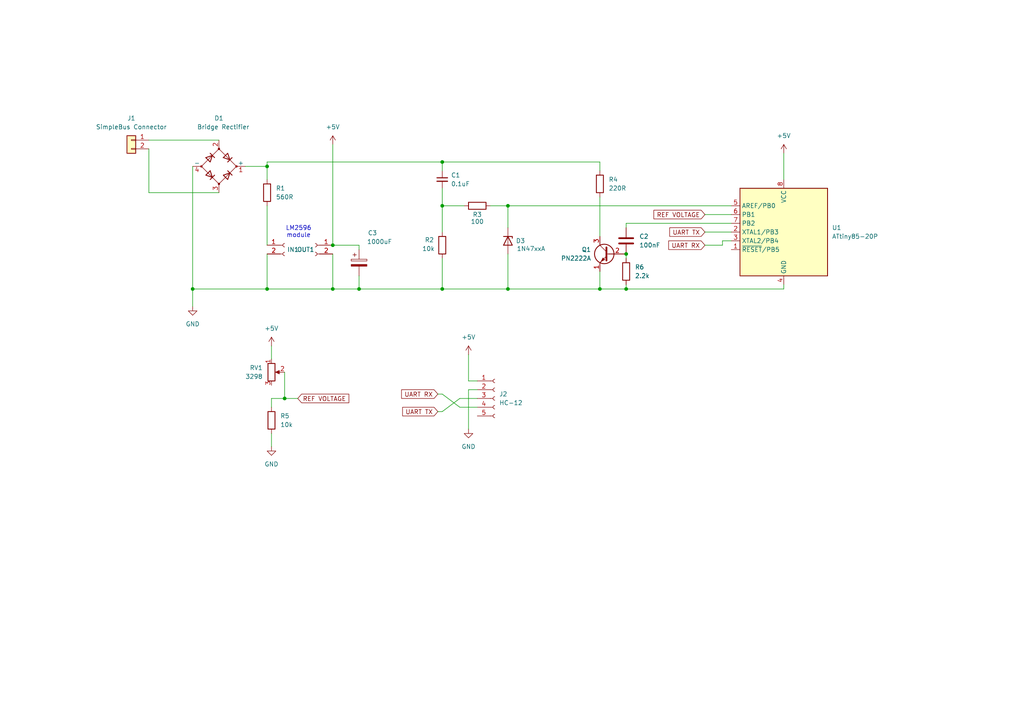
<source format=kicad_sch>
(kicad_sch (version 20231120) (generator "eeschema") (generator_version "8.0")
  (paper "A4")
  (lib_symbols
    (symbol "Connector:Conn_01x02_Female" (pin_names (offset 1.016) hide)
      (property "Reference" "J" (at 0 2.54 0))
      (property "Value" "Conn_01x02_Female" (at 0 -5.08 0))
      (symbol "Conn_01x02_Female_1_1"
        (arc (start 0 -2.032) (mid -0.5058 -2.54) (end 0 -3.048) (stroke (width 0.1524)))
        (polyline (pts (xy -1.27 -2.54) (xy -0.508 -2.54)) (stroke (width 0.1524)))
        (polyline (pts (xy -1.27 0) (xy -0.508 0)) (stroke (width 0.1524)))
        (arc (start 0 0.508) (mid -0.5058 0) (end 0 -0.508) (stroke (width 0.1524)))
        (pin passive line (at -5.08 0 0) (length 3.81) (name "Pin_1") (number "1"))
        (pin passive line (at -5.08 -2.54 0) (length 3.81) (name "Pin_2") (number "2"))
      )
    )
    (symbol "Connector:Conn_01x05_Female" (pin_names (offset 1.016) hide)
      (property "Reference" "J" (at 0 7.62 0))
      (property "Value" "Conn_01x05_Female" (at 0 -7.62 0))
      (symbol "Conn_01x05_Female_1_1"
        (arc (start 0 -4.572) (mid -0.5058 -5.08) (end 0 -5.588) (stroke (width 0.1524)))
        (arc (start 0 -2.032) (mid -0.5058 -2.54) (end 0 -3.048) (stroke (width 0.1524)))
        (polyline (pts (xy -1.27 -5.08) (xy -0.508 -5.08)) (stroke (width 0.1524)))
        (polyline (pts (xy -1.27 -2.54) (xy -0.508 -2.54)) (stroke (width 0.1524)))
        (polyline (pts (xy -1.27 0) (xy -0.508 0)) (stroke (width 0.1524)))
        (polyline (pts (xy -1.27 2.54) (xy -0.508 2.54)) (stroke (width 0.1524)))
        (polyline (pts (xy -1.27 5.08) (xy -0.508 5.08)) (stroke (width 0.1524)))
        (arc (start 0 0.508) (mid -0.5058 0) (end 0 -0.508) (stroke (width 0.1524)))
        (arc (start 0 3.048) (mid -0.5058 2.54) (end 0 2.032) (stroke (width 0.1524)))
        (arc (start 0 5.588) (mid -0.5058 5.08) (end 0 4.572) (stroke (width 0.1524)))
        (pin passive line (at -5.08 5.08 0) (length 3.81) (name "Pin_1") (number "1"))
        (pin passive line (at -5.08 2.54 0) (length 3.81) (name "Pin_2") (number "2"))
        (pin passive line (at -5.08 0 0) (length 3.81) (name "Pin_3") (number "3"))
        (pin passive line (at -5.08 -2.54 0) (length 3.81) (name "Pin_4") (number "4"))
        (pin passive line (at -5.08 -5.08 0) (length 3.81) (name "Pin_5") (number "5"))
      )
    )
    (symbol "Connector_Generic:Conn_01x02" (pin_names (offset 1.016) hide)
      (property "Reference" "J" (at 0 2.54 0))
      (property "Value" "Conn_01x02" (at 0 -5.08 0))
      (symbol "Conn_01x02_1_1"
        (rectangle (start -1.27 -2.413) (end 0 -2.667) (stroke (width 0.1524)))
        (rectangle (start -1.27 0.127) (end 0 -0.127) (stroke (width 0.1524)))
        (rectangle (start -1.27 1.27) (end 1.27 -3.81) (stroke (width 0.254)) (fill (type background)))
        (pin passive line (at -5.08 0 0) (length 3.81) (name "Pin_1") (number "1"))
        (pin passive line (at -5.08 -2.54 0) (length 3.81) (name "Pin_2") (number "2"))
      )
    )
    (symbol "Device:C" (pin_numbers hide) (pin_names (offset 0.254))
      (property "Reference" "C" (at 0.635 2.54 0))
      (property "Value" "C" (at 0.635 -2.54 0))
      (symbol "C_0_1"
        (polyline (pts (xy -2.032 -0.762) (xy 2.032 -0.762)) (stroke (width 0.508)))
        (polyline (pts (xy -2.032 0.762) (xy 2.032 0.762)) (stroke (width 0.508)))
      )
      (symbol "C_1_1"
        (pin passive line (at 0 3.81 270) (length 2.794) (name "~") (number "1"))
        (pin passive line (at 0 -3.81 90) (length 2.794) (name "~") (number "2"))
      )
    )
    (symbol "Device:C_Polarized" (pin_numbers hide) (pin_names (offset 0.254))
      (property "Reference" "C" (at 0.635 2.54 0))
      (property "Value" "C_Polarized" (at 0.635 -2.54 0))
      (symbol "C_Polarized_0_1"
        (rectangle (start -2.286 0.508) (end 2.286 1.016))
        (polyline (pts (xy -1.778 2.286) (xy -0.762 2.286)))
        (polyline (pts (xy -1.27 2.794) (xy -1.27 1.778)))
        (rectangle (start 2.286 -0.508) (end -2.286 -1.016) (fill (type outline)))
      )
      (symbol "C_Polarized_1_1"
        (pin passive line (at 0 3.81 270) (length 2.794) (name "~") (number "1"))
        (pin passive line (at 0 -3.81 90) (length 2.794) (name "~") (number "2"))
      )
    )
    (symbol "Device:C_Small" (pin_numbers hide) (pin_names (offset 0.254) hide)
      (property "Reference" "C" (at 0.254 1.778 0))
      (property "Value" "C_Small" (at 0.254 -2.032 0))
      (symbol "C_Small_0_1"
        (polyline (pts (xy -1.524 -0.508) (xy 1.524 -0.508)) (stroke (width 0.3302)))
        (polyline (pts (xy -1.524 0.508) (xy 1.524 0.508)) (stroke (width 0.3048)))
      )
      (symbol "C_Small_1_1"
        (pin passive line (at 0 2.54 270) (length 2.032) (name "~") (number "1"))
        (pin passive line (at 0 -2.54 90) (length 2.032) (name "~") (number "2"))
      )
    )
    (symbol "Device:D_Bridge_+AA-" (pin_names (offset 0))
      (property "Reference" "D" (at 2.54 6.985 0))
      (property "Value" "D_Bridge_+AA-" (at 2.54 5.08 0))
      (symbol "D_Bridge_+AA-_0_1"
        (circle (center -5.08 0) (radius 0.254) (fill (type outline)))
        (circle (center 0 -5.08) (radius 0.254) (fill (type outline)))
        (polyline (pts (xy -2.54 3.81) (xy -1.27 2.54)) (stroke (width 0.254)))
        (polyline (pts (xy -1.27 -2.54) (xy -2.54 -3.81)) (stroke (width 0.254)))
        (polyline (pts (xy 2.54 -1.27) (xy 3.81 -2.54)) (stroke (width 0.254)))
        (polyline (pts (xy 2.54 1.27) (xy 3.81 2.54)) (stroke (width 0.254)))
        (polyline (pts (xy -3.81 2.54) (xy -2.54 1.27) (xy -1.905 3.175) (xy -3.81 2.54)) (stroke (width 0.254)))
        (polyline (pts (xy -2.54 -1.27) (xy -3.81 -2.54) (xy -1.905 -3.175) (xy -2.54 -1.27)) (stroke (width 0.254)))
        (polyline (pts (xy 1.27 2.54) (xy 2.54 3.81) (xy 3.175 1.905) (xy 1.27 2.54)) (stroke (width 0.254)))
        (polyline (pts (xy 3.175 -1.905) (xy 1.27 -2.54) (xy 2.54 -3.81) (xy 3.175 -1.905)) (stroke (width 0.254)))
        (polyline (pts (xy -5.08 0) (xy 0 -5.08) (xy 5.08 0) (xy 0 5.08) (xy -5.08 0)))
        (circle (center 0 5.08) (radius 0.254) (fill (type outline)))
        (circle (center 5.08 0) (radius 0.254) (fill (type outline)))
      )
      (symbol "D_Bridge_+AA-_1_1"
        (pin passive line (at 7.62 0 180) (length 2.54) (name "+") (number "1"))
        (pin passive line (at 0 7.62 270) (length 2.54) (name "~") (number "2"))
        (pin passive line (at 0 -7.62 90) (length 2.54) (name "~") (number "3"))
        (pin passive line (at -7.62 0 0) (length 2.54) (name "-") (number "4"))
      )
    )
    (symbol "Device:R" (pin_numbers hide) (pin_names (offset 0))
      (property "Reference" "R" (at 2.032 0 90))
      (property "Value" "R" (at 0 0 90))
      (symbol "R_0_1"
        (rectangle (start -1.016 -2.54) (end 1.016 2.54) (stroke (width 0.254)))
      )
      (symbol "R_1_1"
        (pin passive line (at 0 3.81 270) (length 1.27) (name "~") (number "1"))
        (pin passive line (at 0 -3.81 90) (length 1.27) (name "~") (number "2"))
      )
    )
    (symbol "Device:R_Potentiometer" (pin_names (offset 1.016) hide)
      (property "Reference" "RV" (at -4.445 0 90))
      (property "Value" "R_Potentiometer" (at -2.54 0 90))
      (symbol "R_Potentiometer_0_1"
        (polyline (pts (xy 2.54 0) (xy 1.524 0)))
        (polyline (pts (xy 1.143 0) (xy 2.286 0.508) (xy 2.286 -0.508) (xy 1.143 0)) (fill (type outline)))
        (rectangle (start 1.016 2.54) (end -1.016 -2.54) (stroke (width 0.254)))
      )
      (symbol "R_Potentiometer_1_1"
        (pin passive line (at 0 3.81 270) (length 1.27) (name "1") (number "1"))
        (pin passive line (at 3.81 0 180) (length 1.27) (name "2") (number "2"))
        (pin passive line (at 0 -3.81 90) (length 1.27) (name "3") (number "3"))
      )
    )
    (symbol "Diode:1N47xxA" (pin_numbers hide) (pin_names hide)
      (property "Reference" "D" (at 0 2.54 0))
      (property "Value" "1N47xxA" (at 0 -2.54 0))
      (symbol "1N47xxA_0_1"
        (polyline (pts (xy 1.27 0) (xy -1.27 0)))
        (polyline (pts (xy -1.27 -1.27) (xy -1.27 1.27) (xy -0.762 1.27)) (stroke (width 0.254)))
        (polyline (pts (xy 1.27 -1.27) (xy 1.27 1.27) (xy -1.27 0) (xy 1.27 -1.27)) (stroke (width 0.254)))
      )
      (symbol "1N47xxA_1_1"
        (pin passive line (at -3.81 0 0) (length 2.54) (name "K") (number "1"))
        (pin passive line (at 3.81 0 180) (length 2.54) (name "A") (number "2"))
      )
    )
    (symbol "MCU_Microchip_ATtiny:ATtiny85-20P"
      (property "Reference" "U" (at -12.7 13.97 0))
      (property "Value" "ATtiny85-20P" (at 2.54 -13.97 0))
      (symbol "ATtiny85-20P_0_1"
        (rectangle (start -12.7 -12.7) (end 12.7 12.7) (stroke (width 0.254)) (fill (type background)))
      )
      (symbol "ATtiny85-20P_1_1"
        (pin bidirectional line (at 15.24 -5.08 180) (length 2.54) (name "~{RESET}/PB5") (number "1"))
        (pin bidirectional line (at 15.24 0 180) (length 2.54) (name "XTAL1/PB3") (number "2"))
        (pin bidirectional line (at 15.24 -2.54 180) (length 2.54) (name "XTAL2/PB4") (number "3"))
        (pin power_in line (at 0 -15.24 90) (length 2.54) (name "GND") (number "4"))
        (pin bidirectional line (at 15.24 7.62 180) (length 2.54) (name "AREF/PB0") (number "5"))
        (pin bidirectional line (at 15.24 5.08 180) (length 2.54) (name "PB1") (number "6"))
        (pin bidirectional line (at 15.24 2.54 180) (length 2.54) (name "PB2") (number "7"))
        (pin power_in line (at 0 15.24 270) (length 2.54) (name "VCC") (number "8"))
      )
    )
    (symbol "Transistor_BJT:PN2222A" (pin_names (offset 0) hide)
      (property "Reference" "Q" (at 5.08 1.905 0))
      (property "Value" "PN2222A" (at 5.08 0 0))
      (symbol "PN2222A_0_1"
        (polyline (pts (xy 0 0) (xy 0.635 0)))
        (polyline (pts (xy 2.54 -2.54) (xy 0.635 -0.635)))
        (polyline (pts (xy 2.54 2.54) (xy 0.635 0.635)))
        (polyline (pts (xy 0.635 1.905) (xy 0.635 -1.905) (xy 0.635 -1.905)) (stroke (width 0.508)))
        (polyline (pts (xy 2.413 -2.413) (xy 1.905 -1.905) (xy 1.905 -1.905)))
        (polyline (pts (xy 1.143 -1.651) (xy 1.651 -1.143) (xy 2.159 -2.159) (xy 1.143 -1.651) (xy 1.143 -1.651)) (fill (type outline)))
        (circle (center 1.27 0) (radius 2.8194) (stroke (width 0.254)))
      )
      (symbol "PN2222A_1_1"
        (pin passive line (at 2.54 -5.08 90) (length 2.54) (name "E") (number "1"))
        (pin input line (at -5.08 0 0) (length 5.08) (name "B") (number "2"))
        (pin passive line (at 2.54 5.08 270) (length 2.54) (name "C") (number "3"))
      )
    )
    (symbol "power:+5V" (power) (pin_names (offset 0))
      (property "Value" "+5V" (at 0 3.556 0))
      (symbol "+5V_0_1"
        (polyline (pts (xy -0.762 1.27) (xy 0 2.54)))
        (polyline (pts (xy 0 0) (xy 0 2.54)))
        (polyline (pts (xy 0 2.54) (xy 0.762 1.27)))
      )
      (symbol "+5V_1_1"
        (pin power_in line (at 0 0 90) (length 0) hide (name "+5V") (number "1"))
      )
    )
    (symbol "power:GND" (power) (pin_names (offset 0))
      (property "Value" "GND" (at 0 -3.81 0))
      (symbol "GND_0_1"
        (polyline (pts (xy 0 0) (xy 0 -1.27) (xy 1.27 -1.27) (xy 0 -2.54) (xy -1.27 -1.27) (xy 0 -1.27)))
      )
      (symbol "GND_1_1"
        (pin power_in line (at 0 0 270) (length 0) hide (name "GND") (number "1"))
      )
    )
  )
  (junction (at 104.14 83.82))
  (junction (at 128.27 46.99))
  (junction (at 77.47 48.26))
  (junction (at 147.32 59.69))
  (junction (at 96.52 71.12))
  (junction (at 128.27 83.82))
  (junction (at 181.61 83.82))
  (junction (at 147.32 83.82))
  (junction (at 77.47 83.82))
  (junction (at 82.55 115.57))
  (junction (at 173.99 83.82))
  (junction (at 181.61 73.66))
  (junction (at 96.52 83.82))
  (junction (at 128.27 59.69))
  (junction (at 55.88 83.82))
  (wire (pts (xy 128.27 83.82) (xy 147.32 83.82)))
  (wire (pts (xy 55.88 83.82) (xy 77.47 83.82)))
  (wire (pts (xy 147.32 73.66) (xy 147.32 83.82)))
  (wire (pts (xy 127 114.3) (xy 128.27 114.3)))
  (wire (pts (xy 78.74 115.57) (xy 78.74 118.11)))
  (wire (pts (xy 173.99 83.82) (xy 181.61 83.82)))
  (wire (pts (xy 147.32 59.69) (xy 212.09 59.69)))
  (wire (pts (xy 173.99 57.15) (xy 173.99 68.58)))
  (wire (pts (xy 133.35 118.11) (xy 138.43 118.11)))
  (wire (pts (xy 128.27 59.69) (xy 128.27 67.31)))
  (wire (pts (xy 204.47 62.23) (xy 212.09 62.23)))
  (wire (pts (xy 212.09 64.77) (xy 181.61 64.77)))
  (wire (pts (xy 128.27 46.99) (xy 128.27 49.53)))
  (wire (pts (xy 104.14 71.12) (xy 104.14 72.39)))
  (wire (pts (xy 128.27 119.38) (xy 127 119.38)))
  (wire (pts (xy 77.47 46.99) (xy 77.47 48.26)))
  (wire (pts (xy 71.12 48.26) (xy 77.47 48.26)))
  (wire (pts (xy 43.18 55.88) (xy 43.18 43.18)))
  (wire (pts (xy 128.27 54.61) (xy 128.27 59.69)))
  (wire (pts (xy 173.99 46.99) (xy 173.99 49.53)))
  (wire (pts (xy 43.18 40.64) (xy 63.5 40.64)))
  (wire (pts (xy 104.14 83.82) (xy 128.27 83.82)))
  (wire (pts (xy 135.89 113.03) (xy 138.43 113.03)))
  (wire (pts (xy 135.89 110.49) (xy 138.43 110.49)))
  (wire (pts (xy 133.35 115.57) (xy 128.27 119.38)))
  (wire (pts (xy 128.27 59.69) (xy 134.62 59.69)))
  (wire (pts (xy 204.47 71.12) (xy 209.55 71.12)))
  (wire (pts (xy 104.14 80.01) (xy 104.14 83.82)))
  (wire (pts (xy 204.47 67.31) (xy 212.09 67.31)))
  (wire (pts (xy 135.89 102.87) (xy 135.89 110.49)))
  (wire (pts (xy 227.33 44.45) (xy 227.33 52.07)))
  (wire (pts (xy 82.55 115.57) (xy 78.74 115.57)))
  (wire (pts (xy 82.55 107.95) (xy 82.55 115.57)))
  (wire (pts (xy 227.33 83.82) (xy 227.33 82.55)))
  (wire (pts (xy 77.47 46.99) (xy 128.27 46.99)))
  (wire (pts (xy 128.27 46.99) (xy 173.99 46.99)))
  (wire (pts (xy 181.61 83.82) (xy 227.33 83.82)))
  (wire (pts (xy 173.99 78.74) (xy 173.99 83.82)))
  (wire (pts (xy 82.55 115.57) (xy 86.36 115.57)))
  (wire (pts (xy 128.27 114.3) (xy 133.35 118.11)))
  (wire (pts (xy 181.61 73.66) (xy 181.61 74.93)))
  (wire (pts (xy 55.88 83.82) (xy 55.88 88.9)))
  (wire (pts (xy 147.32 59.69) (xy 147.32 66.04)))
  (wire (pts (xy 96.52 41.91) (xy 96.52 71.12)))
  (wire (pts (xy 147.32 83.82) (xy 173.99 83.82)))
  (wire (pts (xy 135.89 113.03) (xy 135.89 124.46)))
  (wire (pts (xy 209.55 71.12) (xy 209.55 69.85)))
  (wire (pts (xy 55.88 48.26) (xy 55.88 83.82)))
  (wire (pts (xy 77.47 73.66) (xy 77.47 83.82)))
  (wire (pts (xy 181.61 82.55) (xy 181.61 83.82)))
  (wire (pts (xy 181.61 64.77) (xy 181.61 66.04)))
  (wire (pts (xy 63.5 55.88) (xy 43.18 55.88)))
  (wire (pts (xy 96.52 83.82) (xy 104.14 83.82)))
  (wire (pts (xy 96.52 71.12) (xy 104.14 71.12)))
  (wire (pts (xy 128.27 74.93) (xy 128.27 83.82)))
  (wire (pts (xy 96.52 73.66) (xy 96.52 83.82)))
  (wire (pts (xy 77.47 48.26) (xy 77.47 52.07)))
  (wire (pts (xy 77.47 59.69) (xy 77.47 71.12)))
  (wire (pts (xy 209.55 69.85) (xy 212.09 69.85)))
  (wire (pts (xy 78.74 100.33) (xy 78.74 104.14)))
  (wire (pts (xy 142.24 59.69) (xy 147.32 59.69)))
  (wire (pts (xy 78.74 125.73) (xy 78.74 129.54)))
  (wire (pts (xy 133.35 115.57) (xy 138.43 115.57)))
  (wire (pts (xy 77.47 83.82) (xy 96.52 83.82)))
  (text "LM2596\nmodule" (at 86.614 67.31 0) (effects (font (size 1.27 1.27))))
  (global_label "REF VOLTAGE" (shape input) (at 204.47 62.23 180) (property "Intersheetrefs" "${INTERSHEET_REFS}" (effects (hide yes))))
  (global_label "UART TX" (shape input) (at 204.47 67.31 180) (property "Intersheetrefs" "${INTERSHEET_REFS}" (effects (hide yes))))
  (global_label "UART RX" (shape input) (at 127 114.3 180) (property "Intersheetrefs" "${INTERSHEET_REFS}" (effects (hide yes))))
  (global_label "UART RX" (shape input) (at 204.47 71.12 180) (property "Intersheetrefs" "${INTERSHEET_REFS}" (effects (hide yes))))
  (global_label "REF VOLTAGE" (shape input) (at 86.36 115.57 0) (property "Intersheetrefs" "${INTERSHEET_REFS}" (effects (hide yes))))
  (global_label "UART TX" (shape input) (at 127 119.38 180) (property "Intersheetrefs" "${INTERSHEET_REFS}" (effects (hide yes))))
  (symbol (lib_id "Device:D_Bridge_+AA-") (at 63.5 48.26 0) (unit 1)
    (property "Reference" "D1" (at 63.5 34.29 0))
    (property "Value" "Bridge Rectifier" (at 64.77 36.83 0))
    (property "Footprint" "Diode_THT:Diode_Bridge_Vishay_KBPM" (effects (hide yes)))
  )
  (symbol (lib_id "Connector:Conn_01x02_Female") (at 82.55 71.12 0) (unit 1)
    (property "Reference" "IN1" (at 83.312 72.39 0) (effects (justify left)))
    (property "Value" "Conn_01x02_Female" (effects (hide yes)))
    (property "Description" "Generic connector, single row, 01x02, script generated (kicad-library-utils/schlib/autogen/connector/)" (effects (hide yes)))
  )
  (symbol (lib_id "Device:R_Potentiometer") (at 78.74 107.95 0) (unit 1)
    (property "Reference" "RV1" (at 76.2 106.6799 0) (effects (justify right)))
    (property "Value" "3298" (at 76.2 109.2199 0) (effects (justify right)))
    (property "Footprint" "Potentiometer_THT:Potentiometer_Bourns_3296W_Vertical" (effects (hide yes)))
  )
  (symbol (lib_id "power:GND") (at 55.88 88.9 0) (unit 1)
    (property "Reference" "#PWR0101" (effects (hide yes)))
    (property "Value" "GND" (at 55.88 93.98 0))
  )
  (symbol (lib_id "Diode:1N47xxA") (at 147.32 69.85 270) (unit 1)
    (property "Reference" "D3" (at 149.606 69.85 90) (effects (justify left)))
    (property "Value" "1N47xxA" (at 149.86 72.136 90) (effects (justify left)))
    (property "Footprint" "Diode_THT:D_DO-41_SOD81_P10.16mm_Horizontal" (effects (hide yes)))
    (property "Datasheet" "https://www.vishay.com/docs/85816/1n4728a.pdf" (effects (hide yes)))
    (property "Description" "1300mW Silicon planar power Zener diodes, DO-41" (effects (hide yes)))
  )
  (symbol (lib_id "power:+5V") (at 135.89 102.87 0) (unit 1)
    (property "Reference" "#PWR0107" (effects (hide yes)))
    (property "Value" "+5V" (at 135.89 97.79 0))
  )
  (symbol (lib_id "Device:R") (at 181.61 78.74 0) (unit 1)
    (property "Reference" "R6" (at 184.15 77.4699 0) (effects (justify left)))
    (property "Value" "2.2k" (at 184.15 80.0099 0) (effects (justify left)))
    (property "Footprint" "Resistor_THT:R_Axial_DIN0207_L6.3mm_D2.5mm_P7.62mm_Horizontal" (effects (hide yes)))
    (property "Description" "Resistor" (effects (hide yes)))
  )
  (symbol (lib_id "Connector:Conn_01x02_Female") (at 91.44 71.12 0) (mirror y) (unit 1)
    (property "Reference" "OUT1" (at 91.186 72.39 0) (effects (justify left)))
    (property "Value" "Conn_01x02_Female" (effects (hide yes)))
    (property "Description" "Generic connector, single row, 01x02, script generated (kicad-library-utils/schlib/autogen/connector/)" (effects (hide yes)))
  )
  (symbol (lib_id "Connector_Generic:Conn_01x02") (at 38.1 40.64 0) (mirror y) (unit 1)
    (property "Reference" "J1" (at 38.1 34.29 0))
    (property "Value" "SimpleBus Connector" (at 38.1 36.83 0))
    (property "Footprint" "Connector_TE-Connectivity:TE_826576-2_1x02_P3.96mm_Vertical" (effects (hide yes)))
  )
  (symbol (lib_id "Transistor_BJT:PN2222A") (at 176.53 73.66 0) (mirror y) (unit 1)
    (property "Reference" "Q1" (at 171.45 72.3899 0) (effects (justify left)))
    (property "Value" "PN2222A" (at 171.45 74.9299 0) (effects (justify left)))
    (property "Footprint" "Package_TO_SOT_THT:TO-92_Inline" (effects (hide yes)))
    (property "Datasheet" "https://www.onsemi.com/pub/Collateral/PN2222-D.PDF" (effects (hide yes)))
  )
  (symbol (lib_id "Device:R") (at 173.99 53.34 0) (unit 1)
    (property "Reference" "R4" (at 176.53 52.0699 0) (effects (justify left)))
    (property "Value" "220R" (at 176.53 54.6099 0) (effects (justify left)))
    (property "Footprint" "Resistor_THT:R_Axial_DIN0207_L6.3mm_D2.5mm_P7.62mm_Horizontal" (effects (hide yes)))
  )
  (symbol (lib_id "Device:C_Small") (at 128.27 52.07 0) (unit 1)
    (property "Reference" "C1" (at 130.81 50.8062 0) (effects (justify left)))
    (property "Value" "0.1uF" (at 130.81 53.3462 0) (effects (justify left)))
    (property "Footprint" "Capacitor_THT:C_Disc_D5.0mm_W2.5mm_P5.00mm" (effects (hide yes)))
  )
  (symbol (lib_id "Device:R") (at 77.47 55.88 0) (unit 1)
    (property "Reference" "R1" (at 80.01 54.6099 0) (effects (justify left)))
    (property "Value" "560R" (at 80.01 57.1499 0) (effects (justify left)))
    (property "Footprint" "Resistor_THT:R_Axial_DIN0207_L6.3mm_D2.5mm_P7.62mm_Horizontal" (effects (hide yes)))
  )
  (symbol (lib_id "MCU_Microchip_ATtiny:ATtiny85-20P") (at 227.33 67.31 0) (mirror y) (unit 1)
    (property "Reference" "U1" (at 241.3 66.0399 0) (effects (justify right)))
    (property "Value" "ATtiny85-20P" (at 241.3 68.5799 0) (effects (justify right)))
    (property "Footprint" "Package_DIP:DIP-8_W7.62mm" (effects (hide yes)))
    (property "Datasheet" "http://ww1.microchip.com/downloads/en/DeviceDoc/atmel-2586-avr-8-bit-microcontroller-attiny25-attiny45-attiny85_datasheet.pdf" (effects (hide yes)))
  )
  (symbol (lib_id "Connector:Conn_01x05_Female") (at 143.51 115.57 0) (unit 1)
    (property "Reference" "J2" (at 144.78 114.2999 0) (effects (justify left)))
    (property "Value" "HC-12" (at 144.78 116.8399 0) (effects (justify left)))
    (property "Footprint" "Connector_PinSocket_2.54mm:PinSocket_1x05_P2.54mm_Vertical" (effects (hide yes)))
  )
  (symbol (lib_id "Device:R") (at 128.27 71.12 0) (unit 1)
    (property "Reference" "R2" (at 123.19 69.596 0) (effects (justify left)))
    (property "Value" "10k" (at 122.428 72.136 0) (effects (justify left)))
    (property "Footprint" "Resistor_THT:R_Axial_DIN0207_L6.3mm_D2.5mm_P7.62mm_Horizontal" (effects (hide yes)))
  )
  (symbol (lib_id "Device:C") (at 181.61 69.85 0) (unit 1)
    (property "Reference" "C2" (at 185.42 68.5799 0) (effects (justify left)))
    (property "Value" "100nF" (at 185.42 71.1199 0) (effects (justify left)))
    (property "Footprint" "Capacitor_THT:C_Disc_D5.0mm_W2.5mm_P5.00mm" (effects (hide yes)))
    (property "Description" "Unpolarized capacitor" (effects (hide yes)))
  )
  (symbol (lib_id "power:GND") (at 135.89 124.46 0) (unit 1)
    (property "Reference" "#PWR0106" (effects (hide yes)))
    (property "Value" "GND" (at 135.89 129.54 0))
  )
  (symbol (lib_id "Device:C_Polarized") (at 104.14 76.2 0) (unit 1)
    (property "Reference" "C3" (at 106.68 67.564 0) (effects (justify left)))
    (property "Value" "1000uF" (at 106.426 70.104 0) (effects (justify left)))
    (property "Footprint" "Capacitor_THT:CP_Radial_D8.0mm_P3.80mm" (effects (hide yes)))
    (property "Description" "Polarized capacitor" (effects (hide yes)))
  )
  (symbol (lib_id "power:GND") (at 78.74 129.54 0) (unit 1)
    (property "Reference" "#PWR0104" (effects (hide yes)))
    (property "Value" "GND" (at 78.74 134.62 0))
  )
  (symbol (lib_id "Device:R") (at 78.74 121.92 0) (unit 1)
    (property "Reference" "R5" (at 81.28 120.6499 0) (effects (justify left)))
    (property "Value" "10k" (at 81.28 123.1899 0) (effects (justify left)))
    (property "Footprint" "Resistor_THT:R_Axial_DIN0207_L6.3mm_D2.5mm_P7.62mm_Horizontal" (effects (hide yes)))
  )
  (symbol (lib_id "power:+5V") (at 96.52 41.91 0) (unit 1)
    (property "Reference" "#PWR0102" (effects (hide yes)))
    (property "Value" "+5V" (at 96.52 36.83 0))
  )
  (symbol (lib_id "power:+5V") (at 78.74 100.33 0) (unit 1)
    (property "Reference" "#PWR0103" (effects (hide yes)))
    (property "Value" "+5V" (at 78.74 95.25 0))
  )
  (symbol (lib_id "power:+5V") (at 227.33 44.45 0) (unit 1)
    (property "Reference" "#PWR0105" (effects (hide yes)))
    (property "Value" "+5V" (at 227.33 39.37 0))
  )
  (symbol (lib_id "Device:R") (at 138.43 59.69 270) (unit 1)
    (property "Reference" "R3" (at 138.43 62.23 90))
    (property "Value" "100" (at 138.43 64.262 90))
    (property "Footprint" "Resistor_THT:R_Axial_DIN0207_L6.3mm_D2.5mm_P7.62mm_Horizontal" (effects (hide yes)))
    (property "Description" "Resistor" (effects (hide yes)))
  )
)
</source>
